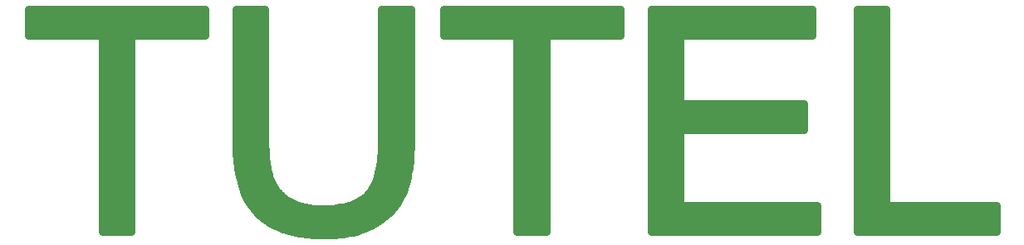
<source format=gbr>
%TF.GenerationSoftware,KiCad,Pcbnew,(6.0.4)*%
%TF.CreationDate,2022-04-30T20:48:29+02:00*%
%TF.ProjectId,bottomplate,626f7474-6f6d-4706-9c61-74652e6b6963,rev?*%
%TF.SameCoordinates,Original*%
%TF.FileFunction,Legend,Top*%
%TF.FilePolarity,Positive*%
%FSLAX46Y46*%
G04 Gerber Fmt 4.6, Leading zero omitted, Abs format (unit mm)*
G04 Created by KiCad (PCBNEW (6.0.4)) date 2022-04-30 20:48:29*
%MOMM*%
%LPD*%
G01*
G04 APERTURE LIST*
%ADD10C,0.794999*%
G04 APERTURE END LIST*
D10*
G36*
X161628906Y-87654649D02*
G01*
X154110000Y-87654649D01*
X154110000Y-107699846D01*
X151102447Y-107699846D01*
X151102447Y-87654649D01*
X143614535Y-87654649D01*
X143614535Y-84972658D01*
X161628906Y-84972658D01*
X161628906Y-87654649D01*
G37*
X161628906Y-87654649D02*
X154110000Y-87654649D01*
X154110000Y-107699846D01*
X151102447Y-107699846D01*
X151102447Y-87654649D01*
X143614535Y-87654649D01*
X143614535Y-84972658D01*
X161628906Y-84972658D01*
X161628906Y-87654649D01*
G36*
X125445162Y-98088045D02*
G01*
X125453640Y-98804079D01*
X125479074Y-99471669D01*
X125521464Y-100090816D01*
X125580809Y-100661518D01*
X125657110Y-101183775D01*
X125750368Y-101657586D01*
X125803355Y-101876325D01*
X125860581Y-102082952D01*
X125922046Y-102277467D01*
X125987750Y-102459871D01*
X126060540Y-102631796D01*
X126139387Y-102798756D01*
X126224289Y-102960751D01*
X126315246Y-103117780D01*
X126412259Y-103269843D01*
X126515327Y-103416941D01*
X126624452Y-103559073D01*
X126739632Y-103696239D01*
X126860868Y-103828440D01*
X126988160Y-103955674D01*
X127121508Y-104077943D01*
X127260913Y-104195245D01*
X127406373Y-104307582D01*
X127557890Y-104414952D01*
X127715462Y-104517356D01*
X127879092Y-104614793D01*
X128049990Y-104706780D01*
X128225489Y-104792832D01*
X128405591Y-104872949D01*
X128590294Y-104947131D01*
X128779599Y-105015377D01*
X128973506Y-105077689D01*
X129172015Y-105134066D01*
X129375126Y-105184509D01*
X129582840Y-105229017D01*
X129795155Y-105267590D01*
X130012073Y-105300229D01*
X130233593Y-105326933D01*
X130459715Y-105347703D01*
X130690440Y-105362538D01*
X130925768Y-105371439D01*
X131165698Y-105374406D01*
X131572949Y-105368532D01*
X131965303Y-105350910D01*
X132342760Y-105321540D01*
X132705320Y-105280421D01*
X133052983Y-105227554D01*
X133385749Y-105162939D01*
X133703618Y-105086575D01*
X134006590Y-104998462D01*
X134294666Y-104898601D01*
X134567844Y-104786991D01*
X134826125Y-104663633D01*
X135069509Y-104528526D01*
X135297996Y-104381670D01*
X135511586Y-104223064D01*
X135710280Y-104052710D01*
X135894076Y-103870607D01*
X136064913Y-103671790D01*
X136224728Y-103451294D01*
X136373521Y-103209119D01*
X136511293Y-102945266D01*
X136638043Y-102659733D01*
X136753771Y-102352521D01*
X136858478Y-102023631D01*
X136952162Y-101673061D01*
X137034825Y-101300812D01*
X137106467Y-100906884D01*
X137167086Y-100491276D01*
X137216684Y-100053989D01*
X137255260Y-99595022D01*
X137282814Y-99114376D01*
X137299347Y-98612050D01*
X137304858Y-98088045D01*
X137304858Y-84972612D01*
X140312411Y-84972612D01*
X140312411Y-98103563D01*
X140300300Y-98938056D01*
X140263967Y-99728459D01*
X140203412Y-100474774D01*
X140118634Y-101177000D01*
X140009632Y-101835139D01*
X139946047Y-102147676D01*
X139876406Y-102449192D01*
X139800709Y-102739687D01*
X139718955Y-103019161D01*
X139631146Y-103287613D01*
X139537280Y-103545045D01*
X139435481Y-103794061D01*
X139323872Y-104037263D01*
X139202454Y-104274652D01*
X139071226Y-104506228D01*
X138930188Y-104731990D01*
X138779340Y-104951939D01*
X138618682Y-105166074D01*
X138448214Y-105374395D01*
X138267935Y-105576902D01*
X138077846Y-105773595D01*
X137877946Y-105964474D01*
X137668235Y-106149539D01*
X137448713Y-106328789D01*
X137219380Y-106502225D01*
X136980236Y-106669845D01*
X136731280Y-106831651D01*
X136474392Y-106983713D01*
X136207573Y-107125965D01*
X135930822Y-107258406D01*
X135644140Y-107381036D01*
X135347526Y-107493857D01*
X135040980Y-107596866D01*
X134724502Y-107690065D01*
X134398093Y-107773454D01*
X134061752Y-107847033D01*
X133715479Y-107910801D01*
X133359275Y-107964758D01*
X132993139Y-108008905D01*
X132617071Y-108043242D01*
X132231072Y-108067768D01*
X131835141Y-108082483D01*
X131429278Y-108087389D01*
X131034621Y-108083089D01*
X130649049Y-108070190D01*
X130272560Y-108048692D01*
X129905156Y-108018595D01*
X129546835Y-107979899D01*
X129197598Y-107932604D01*
X128857445Y-107876709D01*
X128526375Y-107812215D01*
X128204389Y-107739123D01*
X127891487Y-107657431D01*
X127587668Y-107567139D01*
X127292932Y-107468249D01*
X127007279Y-107360759D01*
X126730710Y-107244671D01*
X126463224Y-107119983D01*
X126204821Y-106986696D01*
X125955502Y-106845294D01*
X125715267Y-106696262D01*
X125484116Y-106539599D01*
X125262048Y-106375306D01*
X125049065Y-106203382D01*
X124845165Y-106023828D01*
X124650349Y-105836642D01*
X124464617Y-105641826D01*
X124287968Y-105439379D01*
X124120402Y-105229301D01*
X123961920Y-105011592D01*
X123812522Y-104786252D01*
X123672206Y-104553281D01*
X123540974Y-104312679D01*
X123418825Y-104064445D01*
X123305759Y-103808580D01*
X123200635Y-103541033D01*
X123102291Y-103261618D01*
X123010730Y-102970333D01*
X122925951Y-102667178D01*
X122847953Y-102352155D01*
X122776738Y-102025263D01*
X122712305Y-101686502D01*
X122654654Y-101335872D01*
X122603785Y-100973374D01*
X122559698Y-100599006D01*
X122522394Y-100212770D01*
X122491872Y-99814666D01*
X122468133Y-99404693D01*
X122451176Y-98982851D01*
X122441002Y-98549141D01*
X122437611Y-98103563D01*
X122437611Y-84972612D01*
X125445162Y-84972612D01*
X125445162Y-98088045D01*
G37*
X125445162Y-98088045D02*
X125453640Y-98804079D01*
X125479074Y-99471669D01*
X125521464Y-100090816D01*
X125580809Y-100661518D01*
X125657110Y-101183775D01*
X125750368Y-101657586D01*
X125803355Y-101876325D01*
X125860581Y-102082952D01*
X125922046Y-102277467D01*
X125987750Y-102459871D01*
X126060540Y-102631796D01*
X126139387Y-102798756D01*
X126224289Y-102960751D01*
X126315246Y-103117780D01*
X126412259Y-103269843D01*
X126515327Y-103416941D01*
X126624452Y-103559073D01*
X126739632Y-103696239D01*
X126860868Y-103828440D01*
X126988160Y-103955674D01*
X127121508Y-104077943D01*
X127260913Y-104195245D01*
X127406373Y-104307582D01*
X127557890Y-104414952D01*
X127715462Y-104517356D01*
X127879092Y-104614793D01*
X128049990Y-104706780D01*
X128225489Y-104792832D01*
X128405591Y-104872949D01*
X128590294Y-104947131D01*
X128779599Y-105015377D01*
X128973506Y-105077689D01*
X129172015Y-105134066D01*
X129375126Y-105184509D01*
X129582840Y-105229017D01*
X129795155Y-105267590D01*
X130012073Y-105300229D01*
X130233593Y-105326933D01*
X130459715Y-105347703D01*
X130690440Y-105362538D01*
X130925768Y-105371439D01*
X131165698Y-105374406D01*
X131572949Y-105368532D01*
X131965303Y-105350910D01*
X132342760Y-105321540D01*
X132705320Y-105280421D01*
X133052983Y-105227554D01*
X133385749Y-105162939D01*
X133703618Y-105086575D01*
X134006590Y-104998462D01*
X134294666Y-104898601D01*
X134567844Y-104786991D01*
X134826125Y-104663633D01*
X135069509Y-104528526D01*
X135297996Y-104381670D01*
X135511586Y-104223064D01*
X135710280Y-104052710D01*
X135894076Y-103870607D01*
X136064913Y-103671790D01*
X136224728Y-103451294D01*
X136373521Y-103209119D01*
X136511293Y-102945266D01*
X136638043Y-102659733D01*
X136753771Y-102352521D01*
X136858478Y-102023631D01*
X136952162Y-101673061D01*
X137034825Y-101300812D01*
X137106467Y-100906884D01*
X137167086Y-100491276D01*
X137216684Y-100053989D01*
X137255260Y-99595022D01*
X137282814Y-99114376D01*
X137299347Y-98612050D01*
X137304858Y-98088045D01*
X137304858Y-84972612D01*
X140312411Y-84972612D01*
X140312411Y-98103563D01*
X140300300Y-98938056D01*
X140263967Y-99728459D01*
X140203412Y-100474774D01*
X140118634Y-101177000D01*
X140009632Y-101835139D01*
X139946047Y-102147676D01*
X139876406Y-102449192D01*
X139800709Y-102739687D01*
X139718955Y-103019161D01*
X139631146Y-103287613D01*
X139537280Y-103545045D01*
X139435481Y-103794061D01*
X139323872Y-104037263D01*
X139202454Y-104274652D01*
X139071226Y-104506228D01*
X138930188Y-104731990D01*
X138779340Y-104951939D01*
X138618682Y-105166074D01*
X138448214Y-105374395D01*
X138267935Y-105576902D01*
X138077846Y-105773595D01*
X137877946Y-105964474D01*
X137668235Y-106149539D01*
X137448713Y-106328789D01*
X137219380Y-106502225D01*
X136980236Y-106669845D01*
X136731280Y-106831651D01*
X136474392Y-106983713D01*
X136207573Y-107125965D01*
X135930822Y-107258406D01*
X135644140Y-107381036D01*
X135347526Y-107493857D01*
X135040980Y-107596866D01*
X134724502Y-107690065D01*
X134398093Y-107773454D01*
X134061752Y-107847033D01*
X133715479Y-107910801D01*
X133359275Y-107964758D01*
X132993139Y-108008905D01*
X132617071Y-108043242D01*
X132231072Y-108067768D01*
X131835141Y-108082483D01*
X131429278Y-108087389D01*
X131034621Y-108083089D01*
X130649049Y-108070190D01*
X130272560Y-108048692D01*
X129905156Y-108018595D01*
X129546835Y-107979899D01*
X129197598Y-107932604D01*
X128857445Y-107876709D01*
X128526375Y-107812215D01*
X128204389Y-107739123D01*
X127891487Y-107657431D01*
X127587668Y-107567139D01*
X127292932Y-107468249D01*
X127007279Y-107360759D01*
X126730710Y-107244671D01*
X126463224Y-107119983D01*
X126204821Y-106986696D01*
X125955502Y-106845294D01*
X125715267Y-106696262D01*
X125484116Y-106539599D01*
X125262048Y-106375306D01*
X125049065Y-106203382D01*
X124845165Y-106023828D01*
X124650349Y-105836642D01*
X124464617Y-105641826D01*
X124287968Y-105439379D01*
X124120402Y-105229301D01*
X123961920Y-105011592D01*
X123812522Y-104786252D01*
X123672206Y-104553281D01*
X123540974Y-104312679D01*
X123418825Y-104064445D01*
X123305759Y-103808580D01*
X123200635Y-103541033D01*
X123102291Y-103261618D01*
X123010730Y-102970333D01*
X122925951Y-102667178D01*
X122847953Y-102352155D01*
X122776738Y-102025263D01*
X122712305Y-101686502D01*
X122654654Y-101335872D01*
X122603785Y-100973374D01*
X122559698Y-100599006D01*
X122522394Y-100212770D01*
X122491872Y-99814666D01*
X122468133Y-99404693D01*
X122451176Y-98982851D01*
X122441002Y-98549141D01*
X122437611Y-98103563D01*
X122437611Y-84972612D01*
X125445162Y-84972612D01*
X125445162Y-98088045D01*
G36*
X188774429Y-105017809D02*
G01*
X199967523Y-105017809D01*
X199967523Y-107699800D01*
X185766876Y-107699846D01*
X185766876Y-84972612D01*
X188774429Y-84972612D01*
X188774429Y-105017809D01*
G37*
X188774429Y-105017809D02*
X199967523Y-105017809D01*
X199967523Y-107699800D01*
X185766876Y-107699846D01*
X185766876Y-84972612D01*
X188774429Y-84972612D01*
X188774429Y-105017809D01*
G36*
X181209014Y-87654604D02*
G01*
X167783493Y-87654604D01*
X167783493Y-94615404D01*
X180356338Y-94615404D01*
X180356338Y-97281877D01*
X167783493Y-97281877D01*
X167783493Y-105017809D01*
X181736084Y-105017809D01*
X181736084Y-107699800D01*
X164775939Y-107699846D01*
X164775939Y-84972612D01*
X181209014Y-84972612D01*
X181209014Y-87654604D01*
G37*
X181209014Y-87654604D02*
X167783493Y-87654604D01*
X167783493Y-94615404D01*
X180356338Y-94615404D01*
X180356338Y-97281877D01*
X167783493Y-97281877D01*
X167783493Y-105017809D01*
X181736084Y-105017809D01*
X181736084Y-107699800D01*
X164775939Y-107699846D01*
X164775939Y-84972612D01*
X181209014Y-84972612D01*
X181209014Y-87654604D01*
G36*
X119306004Y-87654649D02*
G01*
X111787144Y-87654649D01*
X111787144Y-107699846D01*
X108779591Y-107699846D01*
X108779591Y-87654649D01*
X101291677Y-87654649D01*
X101291677Y-84972658D01*
X119306004Y-84972658D01*
X119306004Y-87654649D01*
G37*
X119306004Y-87654649D02*
X111787144Y-87654649D01*
X111787144Y-107699846D01*
X108779591Y-107699846D01*
X108779591Y-87654649D01*
X101291677Y-87654649D01*
X101291677Y-84972658D01*
X119306004Y-84972658D01*
X119306004Y-87654649D01*
M02*

</source>
